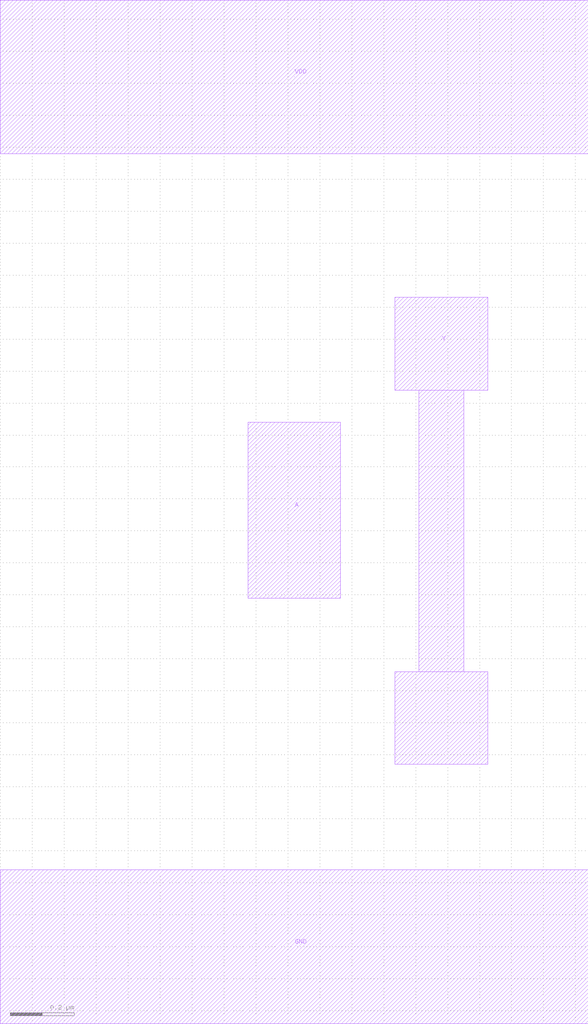
<source format=lef>
MACRO INV
 CLASS CORE ;
 ORIGIN 0 0 ;
 FOREIGN INV 0 0 ;
 SITE CORE ;
 SYMMETRY X Y R90 ;
  PIN VDD
   DIRECTION INOUT ;
   USE SIGNAL ;
   SHAPE ABUTMENT ;
    PORT
     CLASS CORE ;
       LAYER metal2 ;
        RECT 0.00000000 2.48000000 1.84000000 2.96000000 ;
    END
  END VDD

  PIN GND
   DIRECTION INOUT ;
   USE SIGNAL ;
   SHAPE ABUTMENT ;
    PORT
     CLASS CORE ;
       LAYER metal2 ;
        RECT 0.00000000 -0.24000000 1.84000000 0.24000000 ;
    END
  END GND

  PIN Y
   DIRECTION INOUT ;
   USE SIGNAL ;
   SHAPE ABUTMENT ;
    PORT
     CLASS CORE ;
       LAYER metal2 ;
        RECT 1.23500000 0.57000000 1.52500000 0.86000000 ;
        RECT 1.31000000 0.86000000 1.45000000 1.74000000 ;
        RECT 1.23500000 1.74000000 1.52500000 2.03000000 ;
    END
  END Y

  PIN A
   DIRECTION INOUT ;
   USE SIGNAL ;
   SHAPE ABUTMENT ;
    PORT
     CLASS CORE ;
       LAYER metal2 ;
        RECT 0.77500000 1.09000000 1.06500000 1.64000000 ;
    END
  END A


END INV

</source>
